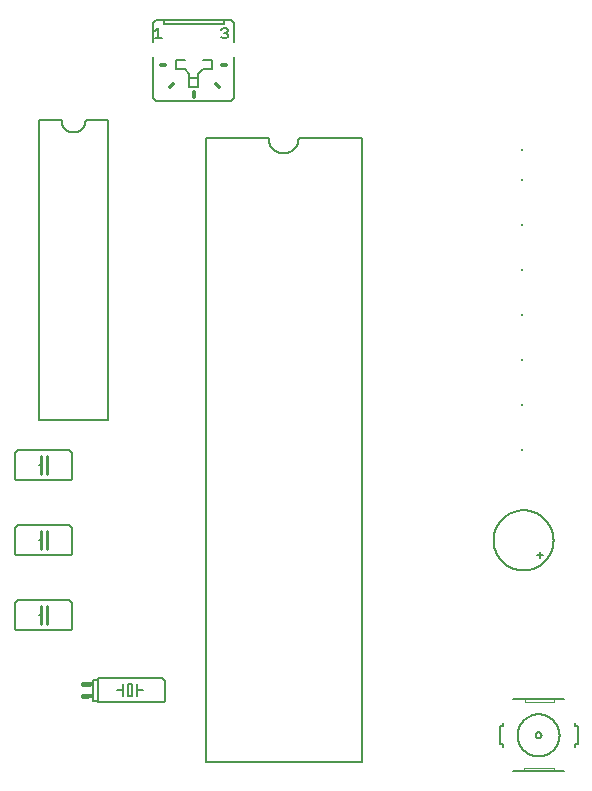
<source format=gto>
G75*
%MOIN*%
%OFA0B0*%
%FSLAX25Y25*%
%IPPOS*%
%LPD*%
%AMOC8*
5,1,8,0,0,1.08239X$1,22.5*
%
%ADD10C,0.00600*%
%ADD11C,0.01000*%
%ADD12R,0.00787X0.00787*%
%ADD13C,0.01600*%
%ADD14R,0.02300X0.01600*%
%ADD15C,0.01200*%
%ADD16C,0.00500*%
%ADD17C,0.00200*%
D10*
X0077500Y0076000D02*
X0094500Y0076000D01*
X0094560Y0076002D01*
X0094621Y0076007D01*
X0094680Y0076016D01*
X0094739Y0076029D01*
X0094798Y0076045D01*
X0094855Y0076065D01*
X0094910Y0076088D01*
X0094965Y0076115D01*
X0095017Y0076144D01*
X0095068Y0076177D01*
X0095117Y0076213D01*
X0095163Y0076251D01*
X0095207Y0076293D01*
X0095249Y0076337D01*
X0095287Y0076383D01*
X0095323Y0076432D01*
X0095356Y0076483D01*
X0095385Y0076535D01*
X0095412Y0076590D01*
X0095435Y0076645D01*
X0095455Y0076702D01*
X0095471Y0076761D01*
X0095484Y0076820D01*
X0095493Y0076879D01*
X0095498Y0076940D01*
X0095500Y0077000D01*
X0095500Y0085000D01*
X0095498Y0085060D01*
X0095493Y0085121D01*
X0095484Y0085180D01*
X0095471Y0085239D01*
X0095455Y0085298D01*
X0095435Y0085355D01*
X0095412Y0085410D01*
X0095385Y0085465D01*
X0095356Y0085517D01*
X0095323Y0085568D01*
X0095287Y0085617D01*
X0095249Y0085663D01*
X0095207Y0085707D01*
X0095163Y0085749D01*
X0095117Y0085787D01*
X0095068Y0085823D01*
X0095017Y0085856D01*
X0094965Y0085885D01*
X0094910Y0085912D01*
X0094855Y0085935D01*
X0094798Y0085955D01*
X0094739Y0085971D01*
X0094680Y0085984D01*
X0094621Y0085993D01*
X0094560Y0085998D01*
X0094500Y0086000D01*
X0077500Y0086000D01*
X0077440Y0085998D01*
X0077379Y0085993D01*
X0077320Y0085984D01*
X0077261Y0085971D01*
X0077202Y0085955D01*
X0077145Y0085935D01*
X0077090Y0085912D01*
X0077035Y0085885D01*
X0076983Y0085856D01*
X0076932Y0085823D01*
X0076883Y0085787D01*
X0076837Y0085749D01*
X0076793Y0085707D01*
X0076751Y0085663D01*
X0076713Y0085617D01*
X0076677Y0085568D01*
X0076644Y0085517D01*
X0076615Y0085465D01*
X0076588Y0085410D01*
X0076565Y0085355D01*
X0076545Y0085298D01*
X0076529Y0085239D01*
X0076516Y0085180D01*
X0076507Y0085121D01*
X0076502Y0085060D01*
X0076500Y0085000D01*
X0076500Y0077000D01*
X0076502Y0076940D01*
X0076507Y0076879D01*
X0076516Y0076820D01*
X0076529Y0076761D01*
X0076545Y0076702D01*
X0076565Y0076645D01*
X0076588Y0076590D01*
X0076615Y0076535D01*
X0076644Y0076483D01*
X0076677Y0076432D01*
X0076713Y0076383D01*
X0076751Y0076337D01*
X0076793Y0076293D01*
X0076837Y0076251D01*
X0076883Y0076213D01*
X0076932Y0076177D01*
X0076983Y0076144D01*
X0077035Y0076115D01*
X0077090Y0076088D01*
X0077145Y0076065D01*
X0077202Y0076045D01*
X0077261Y0076029D01*
X0077320Y0076016D01*
X0077379Y0076007D01*
X0077440Y0076002D01*
X0077500Y0076000D01*
X0084500Y0081000D02*
X0085000Y0081000D01*
X0087000Y0081000D02*
X0087500Y0081000D01*
X0094500Y0101000D02*
X0077500Y0101000D01*
X0077440Y0101002D01*
X0077379Y0101007D01*
X0077320Y0101016D01*
X0077261Y0101029D01*
X0077202Y0101045D01*
X0077145Y0101065D01*
X0077090Y0101088D01*
X0077035Y0101115D01*
X0076983Y0101144D01*
X0076932Y0101177D01*
X0076883Y0101213D01*
X0076837Y0101251D01*
X0076793Y0101293D01*
X0076751Y0101337D01*
X0076713Y0101383D01*
X0076677Y0101432D01*
X0076644Y0101483D01*
X0076615Y0101535D01*
X0076588Y0101590D01*
X0076565Y0101645D01*
X0076545Y0101702D01*
X0076529Y0101761D01*
X0076516Y0101820D01*
X0076507Y0101879D01*
X0076502Y0101940D01*
X0076500Y0102000D01*
X0076500Y0110000D01*
X0076502Y0110060D01*
X0076507Y0110121D01*
X0076516Y0110180D01*
X0076529Y0110239D01*
X0076545Y0110298D01*
X0076565Y0110355D01*
X0076588Y0110410D01*
X0076615Y0110465D01*
X0076644Y0110517D01*
X0076677Y0110568D01*
X0076713Y0110617D01*
X0076751Y0110663D01*
X0076793Y0110707D01*
X0076837Y0110749D01*
X0076883Y0110787D01*
X0076932Y0110823D01*
X0076983Y0110856D01*
X0077035Y0110885D01*
X0077090Y0110912D01*
X0077145Y0110935D01*
X0077202Y0110955D01*
X0077261Y0110971D01*
X0077320Y0110984D01*
X0077379Y0110993D01*
X0077440Y0110998D01*
X0077500Y0111000D01*
X0094500Y0111000D01*
X0094560Y0110998D01*
X0094621Y0110993D01*
X0094680Y0110984D01*
X0094739Y0110971D01*
X0094798Y0110955D01*
X0094855Y0110935D01*
X0094910Y0110912D01*
X0094965Y0110885D01*
X0095017Y0110856D01*
X0095068Y0110823D01*
X0095117Y0110787D01*
X0095163Y0110749D01*
X0095207Y0110707D01*
X0095249Y0110663D01*
X0095287Y0110617D01*
X0095323Y0110568D01*
X0095356Y0110517D01*
X0095385Y0110465D01*
X0095412Y0110410D01*
X0095435Y0110355D01*
X0095455Y0110298D01*
X0095471Y0110239D01*
X0095484Y0110180D01*
X0095493Y0110121D01*
X0095498Y0110060D01*
X0095500Y0110000D01*
X0095500Y0102000D01*
X0095498Y0101940D01*
X0095493Y0101879D01*
X0095484Y0101820D01*
X0095471Y0101761D01*
X0095455Y0101702D01*
X0095435Y0101645D01*
X0095412Y0101590D01*
X0095385Y0101535D01*
X0095356Y0101483D01*
X0095323Y0101432D01*
X0095287Y0101383D01*
X0095249Y0101337D01*
X0095207Y0101293D01*
X0095163Y0101251D01*
X0095117Y0101213D01*
X0095068Y0101177D01*
X0095017Y0101144D01*
X0094965Y0101115D01*
X0094910Y0101088D01*
X0094855Y0101065D01*
X0094798Y0101045D01*
X0094739Y0101029D01*
X0094680Y0101016D01*
X0094621Y0101007D01*
X0094560Y0101002D01*
X0094500Y0101000D01*
X0087500Y0106000D02*
X0087000Y0106000D01*
X0085000Y0106000D02*
X0084500Y0106000D01*
X0077500Y0126000D02*
X0094500Y0126000D01*
X0094560Y0126002D01*
X0094621Y0126007D01*
X0094680Y0126016D01*
X0094739Y0126029D01*
X0094798Y0126045D01*
X0094855Y0126065D01*
X0094910Y0126088D01*
X0094965Y0126115D01*
X0095017Y0126144D01*
X0095068Y0126177D01*
X0095117Y0126213D01*
X0095163Y0126251D01*
X0095207Y0126293D01*
X0095249Y0126337D01*
X0095287Y0126383D01*
X0095323Y0126432D01*
X0095356Y0126483D01*
X0095385Y0126535D01*
X0095412Y0126590D01*
X0095435Y0126645D01*
X0095455Y0126702D01*
X0095471Y0126761D01*
X0095484Y0126820D01*
X0095493Y0126879D01*
X0095498Y0126940D01*
X0095500Y0127000D01*
X0095500Y0135000D01*
X0095498Y0135060D01*
X0095493Y0135121D01*
X0095484Y0135180D01*
X0095471Y0135239D01*
X0095455Y0135298D01*
X0095435Y0135355D01*
X0095412Y0135410D01*
X0095385Y0135465D01*
X0095356Y0135517D01*
X0095323Y0135568D01*
X0095287Y0135617D01*
X0095249Y0135663D01*
X0095207Y0135707D01*
X0095163Y0135749D01*
X0095117Y0135787D01*
X0095068Y0135823D01*
X0095017Y0135856D01*
X0094965Y0135885D01*
X0094910Y0135912D01*
X0094855Y0135935D01*
X0094798Y0135955D01*
X0094739Y0135971D01*
X0094680Y0135984D01*
X0094621Y0135993D01*
X0094560Y0135998D01*
X0094500Y0136000D01*
X0077500Y0136000D01*
X0077440Y0135998D01*
X0077379Y0135993D01*
X0077320Y0135984D01*
X0077261Y0135971D01*
X0077202Y0135955D01*
X0077145Y0135935D01*
X0077090Y0135912D01*
X0077035Y0135885D01*
X0076983Y0135856D01*
X0076932Y0135823D01*
X0076883Y0135787D01*
X0076837Y0135749D01*
X0076793Y0135707D01*
X0076751Y0135663D01*
X0076713Y0135617D01*
X0076677Y0135568D01*
X0076644Y0135517D01*
X0076615Y0135465D01*
X0076588Y0135410D01*
X0076565Y0135355D01*
X0076545Y0135298D01*
X0076529Y0135239D01*
X0076516Y0135180D01*
X0076507Y0135121D01*
X0076502Y0135060D01*
X0076500Y0135000D01*
X0076500Y0127000D01*
X0076502Y0126940D01*
X0076507Y0126879D01*
X0076516Y0126820D01*
X0076529Y0126761D01*
X0076545Y0126702D01*
X0076565Y0126645D01*
X0076588Y0126590D01*
X0076615Y0126535D01*
X0076644Y0126483D01*
X0076677Y0126432D01*
X0076713Y0126383D01*
X0076751Y0126337D01*
X0076793Y0126293D01*
X0076837Y0126251D01*
X0076883Y0126213D01*
X0076932Y0126177D01*
X0076983Y0126144D01*
X0077035Y0126115D01*
X0077090Y0126088D01*
X0077145Y0126065D01*
X0077202Y0126045D01*
X0077261Y0126029D01*
X0077320Y0126016D01*
X0077379Y0126007D01*
X0077440Y0126002D01*
X0077500Y0126000D01*
X0084500Y0131000D02*
X0085000Y0131000D01*
X0087000Y0131000D02*
X0087500Y0131000D01*
X0084500Y0146000D02*
X0107500Y0146000D01*
X0107500Y0246000D01*
X0100000Y0246000D01*
X0099998Y0245874D01*
X0099992Y0245749D01*
X0099982Y0245624D01*
X0099968Y0245499D01*
X0099951Y0245374D01*
X0099929Y0245250D01*
X0099904Y0245127D01*
X0099874Y0245005D01*
X0099841Y0244884D01*
X0099804Y0244764D01*
X0099764Y0244645D01*
X0099719Y0244528D01*
X0099671Y0244411D01*
X0099619Y0244297D01*
X0099564Y0244184D01*
X0099505Y0244073D01*
X0099443Y0243964D01*
X0099377Y0243857D01*
X0099308Y0243752D01*
X0099236Y0243649D01*
X0099161Y0243548D01*
X0099082Y0243450D01*
X0099000Y0243355D01*
X0098916Y0243262D01*
X0098828Y0243172D01*
X0098738Y0243084D01*
X0098645Y0243000D01*
X0098550Y0242918D01*
X0098452Y0242839D01*
X0098351Y0242764D01*
X0098248Y0242692D01*
X0098143Y0242623D01*
X0098036Y0242557D01*
X0097927Y0242495D01*
X0097816Y0242436D01*
X0097703Y0242381D01*
X0097589Y0242329D01*
X0097472Y0242281D01*
X0097355Y0242236D01*
X0097236Y0242196D01*
X0097116Y0242159D01*
X0096995Y0242126D01*
X0096873Y0242096D01*
X0096750Y0242071D01*
X0096626Y0242049D01*
X0096501Y0242032D01*
X0096376Y0242018D01*
X0096251Y0242008D01*
X0096126Y0242002D01*
X0096000Y0242000D01*
X0095874Y0242002D01*
X0095749Y0242008D01*
X0095624Y0242018D01*
X0095499Y0242032D01*
X0095374Y0242049D01*
X0095250Y0242071D01*
X0095127Y0242096D01*
X0095005Y0242126D01*
X0094884Y0242159D01*
X0094764Y0242196D01*
X0094645Y0242236D01*
X0094528Y0242281D01*
X0094411Y0242329D01*
X0094297Y0242381D01*
X0094184Y0242436D01*
X0094073Y0242495D01*
X0093964Y0242557D01*
X0093857Y0242623D01*
X0093752Y0242692D01*
X0093649Y0242764D01*
X0093548Y0242839D01*
X0093450Y0242918D01*
X0093355Y0243000D01*
X0093262Y0243084D01*
X0093172Y0243172D01*
X0093084Y0243262D01*
X0093000Y0243355D01*
X0092918Y0243450D01*
X0092839Y0243548D01*
X0092764Y0243649D01*
X0092692Y0243752D01*
X0092623Y0243857D01*
X0092557Y0243964D01*
X0092495Y0244073D01*
X0092436Y0244184D01*
X0092381Y0244297D01*
X0092329Y0244411D01*
X0092281Y0244528D01*
X0092236Y0244645D01*
X0092196Y0244764D01*
X0092159Y0244884D01*
X0092126Y0245005D01*
X0092096Y0245127D01*
X0092071Y0245250D01*
X0092049Y0245374D01*
X0092032Y0245499D01*
X0092018Y0245624D01*
X0092008Y0245749D01*
X0092002Y0245874D01*
X0092000Y0246000D01*
X0084500Y0246000D01*
X0084500Y0146000D01*
X0104000Y0060000D02*
X0125500Y0060000D01*
X0125560Y0059998D01*
X0125621Y0059993D01*
X0125680Y0059984D01*
X0125739Y0059971D01*
X0125798Y0059955D01*
X0125855Y0059935D01*
X0125910Y0059912D01*
X0125965Y0059885D01*
X0126017Y0059856D01*
X0126068Y0059823D01*
X0126117Y0059787D01*
X0126163Y0059749D01*
X0126207Y0059707D01*
X0126249Y0059663D01*
X0126287Y0059617D01*
X0126323Y0059568D01*
X0126356Y0059517D01*
X0126385Y0059465D01*
X0126412Y0059410D01*
X0126435Y0059355D01*
X0126455Y0059298D01*
X0126471Y0059239D01*
X0126484Y0059180D01*
X0126493Y0059121D01*
X0126498Y0059060D01*
X0126500Y0059000D01*
X0126500Y0053000D01*
X0126498Y0052940D01*
X0126493Y0052879D01*
X0126484Y0052820D01*
X0126471Y0052761D01*
X0126455Y0052702D01*
X0126435Y0052645D01*
X0126412Y0052590D01*
X0126385Y0052535D01*
X0126356Y0052483D01*
X0126323Y0052432D01*
X0126287Y0052383D01*
X0126249Y0052337D01*
X0126207Y0052293D01*
X0126163Y0052251D01*
X0126117Y0052213D01*
X0126068Y0052177D01*
X0126017Y0052144D01*
X0125965Y0052115D01*
X0125910Y0052088D01*
X0125855Y0052065D01*
X0125798Y0052045D01*
X0125739Y0052029D01*
X0125680Y0052016D01*
X0125621Y0052007D01*
X0125560Y0052002D01*
X0125500Y0052000D01*
X0104000Y0052000D01*
X0104000Y0052500D01*
X0104000Y0059500D01*
X0104000Y0060000D01*
X0104000Y0059500D02*
X0102500Y0059500D01*
X0102500Y0052500D01*
X0104000Y0052500D01*
X0110500Y0056000D02*
X0112500Y0056000D01*
X0112500Y0054000D01*
X0114000Y0054000D02*
X0115500Y0054000D01*
X0115500Y0058000D01*
X0114000Y0058000D01*
X0114000Y0054000D01*
X0112500Y0056000D02*
X0112500Y0058000D01*
X0117000Y0058000D02*
X0117000Y0056000D01*
X0117000Y0054000D01*
X0117000Y0056000D02*
X0119000Y0056000D01*
X0140000Y0032000D02*
X0140000Y0240000D01*
X0161000Y0240000D01*
X0161002Y0239860D01*
X0161008Y0239720D01*
X0161018Y0239580D01*
X0161031Y0239440D01*
X0161049Y0239301D01*
X0161071Y0239162D01*
X0161096Y0239025D01*
X0161125Y0238887D01*
X0161158Y0238751D01*
X0161195Y0238616D01*
X0161236Y0238482D01*
X0161281Y0238349D01*
X0161329Y0238217D01*
X0161381Y0238087D01*
X0161436Y0237958D01*
X0161495Y0237831D01*
X0161558Y0237705D01*
X0161624Y0237581D01*
X0161693Y0237460D01*
X0161766Y0237340D01*
X0161843Y0237222D01*
X0161922Y0237107D01*
X0162005Y0236993D01*
X0162091Y0236883D01*
X0162180Y0236774D01*
X0162272Y0236668D01*
X0162367Y0236565D01*
X0162464Y0236464D01*
X0162565Y0236367D01*
X0162668Y0236272D01*
X0162774Y0236180D01*
X0162883Y0236091D01*
X0162993Y0236005D01*
X0163107Y0235922D01*
X0163222Y0235843D01*
X0163340Y0235766D01*
X0163460Y0235693D01*
X0163581Y0235624D01*
X0163705Y0235558D01*
X0163831Y0235495D01*
X0163958Y0235436D01*
X0164087Y0235381D01*
X0164217Y0235329D01*
X0164349Y0235281D01*
X0164482Y0235236D01*
X0164616Y0235195D01*
X0164751Y0235158D01*
X0164887Y0235125D01*
X0165025Y0235096D01*
X0165162Y0235071D01*
X0165301Y0235049D01*
X0165440Y0235031D01*
X0165580Y0235018D01*
X0165720Y0235008D01*
X0165860Y0235002D01*
X0166000Y0235000D01*
X0166140Y0235002D01*
X0166280Y0235008D01*
X0166420Y0235018D01*
X0166560Y0235031D01*
X0166699Y0235049D01*
X0166838Y0235071D01*
X0166975Y0235096D01*
X0167113Y0235125D01*
X0167249Y0235158D01*
X0167384Y0235195D01*
X0167518Y0235236D01*
X0167651Y0235281D01*
X0167783Y0235329D01*
X0167913Y0235381D01*
X0168042Y0235436D01*
X0168169Y0235495D01*
X0168295Y0235558D01*
X0168419Y0235624D01*
X0168540Y0235693D01*
X0168660Y0235766D01*
X0168778Y0235843D01*
X0168893Y0235922D01*
X0169007Y0236005D01*
X0169117Y0236091D01*
X0169226Y0236180D01*
X0169332Y0236272D01*
X0169435Y0236367D01*
X0169536Y0236464D01*
X0169633Y0236565D01*
X0169728Y0236668D01*
X0169820Y0236774D01*
X0169909Y0236883D01*
X0169995Y0236993D01*
X0170078Y0237107D01*
X0170157Y0237222D01*
X0170234Y0237340D01*
X0170307Y0237460D01*
X0170376Y0237581D01*
X0170442Y0237705D01*
X0170505Y0237831D01*
X0170564Y0237958D01*
X0170619Y0238087D01*
X0170671Y0238217D01*
X0170719Y0238349D01*
X0170764Y0238482D01*
X0170805Y0238616D01*
X0170842Y0238751D01*
X0170875Y0238887D01*
X0170904Y0239025D01*
X0170929Y0239162D01*
X0170951Y0239301D01*
X0170969Y0239440D01*
X0170982Y0239580D01*
X0170992Y0239720D01*
X0170998Y0239860D01*
X0171000Y0240000D01*
X0192000Y0240000D01*
X0192000Y0032000D01*
X0140000Y0032000D01*
X0238000Y0038000D02*
X0239000Y0038000D01*
X0239000Y0037000D01*
X0238000Y0038000D02*
X0238000Y0044000D01*
X0239000Y0044000D01*
X0239000Y0045000D01*
X0242500Y0053000D02*
X0246500Y0053000D01*
X0256000Y0053000D01*
X0259500Y0053000D01*
X0263000Y0045000D02*
X0263000Y0044000D01*
X0264000Y0044000D01*
X0264000Y0038000D01*
X0263000Y0038000D01*
X0263000Y0037000D01*
X0259500Y0029000D02*
X0256000Y0029000D01*
X0246000Y0029000D01*
X0242500Y0029000D01*
X0250000Y0041000D02*
X0250002Y0041063D01*
X0250008Y0041125D01*
X0250018Y0041187D01*
X0250031Y0041249D01*
X0250049Y0041309D01*
X0250070Y0041368D01*
X0250095Y0041426D01*
X0250124Y0041482D01*
X0250156Y0041536D01*
X0250191Y0041588D01*
X0250229Y0041637D01*
X0250271Y0041685D01*
X0250315Y0041729D01*
X0250363Y0041771D01*
X0250412Y0041809D01*
X0250464Y0041844D01*
X0250518Y0041876D01*
X0250574Y0041905D01*
X0250632Y0041930D01*
X0250691Y0041951D01*
X0250751Y0041969D01*
X0250813Y0041982D01*
X0250875Y0041992D01*
X0250937Y0041998D01*
X0251000Y0042000D01*
X0251063Y0041998D01*
X0251125Y0041992D01*
X0251187Y0041982D01*
X0251249Y0041969D01*
X0251309Y0041951D01*
X0251368Y0041930D01*
X0251426Y0041905D01*
X0251482Y0041876D01*
X0251536Y0041844D01*
X0251588Y0041809D01*
X0251637Y0041771D01*
X0251685Y0041729D01*
X0251729Y0041685D01*
X0251771Y0041637D01*
X0251809Y0041588D01*
X0251844Y0041536D01*
X0251876Y0041482D01*
X0251905Y0041426D01*
X0251930Y0041368D01*
X0251951Y0041309D01*
X0251969Y0041249D01*
X0251982Y0041187D01*
X0251992Y0041125D01*
X0251998Y0041063D01*
X0252000Y0041000D01*
X0251998Y0040937D01*
X0251992Y0040875D01*
X0251982Y0040813D01*
X0251969Y0040751D01*
X0251951Y0040691D01*
X0251930Y0040632D01*
X0251905Y0040574D01*
X0251876Y0040518D01*
X0251844Y0040464D01*
X0251809Y0040412D01*
X0251771Y0040363D01*
X0251729Y0040315D01*
X0251685Y0040271D01*
X0251637Y0040229D01*
X0251588Y0040191D01*
X0251536Y0040156D01*
X0251482Y0040124D01*
X0251426Y0040095D01*
X0251368Y0040070D01*
X0251309Y0040049D01*
X0251249Y0040031D01*
X0251187Y0040018D01*
X0251125Y0040008D01*
X0251063Y0040002D01*
X0251000Y0040000D01*
X0250937Y0040002D01*
X0250875Y0040008D01*
X0250813Y0040018D01*
X0250751Y0040031D01*
X0250691Y0040049D01*
X0250632Y0040070D01*
X0250574Y0040095D01*
X0250518Y0040124D01*
X0250464Y0040156D01*
X0250412Y0040191D01*
X0250363Y0040229D01*
X0250315Y0040271D01*
X0250271Y0040315D01*
X0250229Y0040363D01*
X0250191Y0040412D01*
X0250156Y0040464D01*
X0250124Y0040518D01*
X0250095Y0040574D01*
X0250070Y0040632D01*
X0250049Y0040691D01*
X0250031Y0040751D01*
X0250018Y0040813D01*
X0250008Y0040875D01*
X0250002Y0040937D01*
X0250000Y0041000D01*
X0244000Y0041000D02*
X0244002Y0041172D01*
X0244008Y0041343D01*
X0244019Y0041515D01*
X0244034Y0041686D01*
X0244053Y0041857D01*
X0244076Y0042027D01*
X0244103Y0042197D01*
X0244135Y0042366D01*
X0244170Y0042534D01*
X0244210Y0042701D01*
X0244254Y0042867D01*
X0244301Y0043032D01*
X0244353Y0043196D01*
X0244409Y0043358D01*
X0244469Y0043519D01*
X0244533Y0043679D01*
X0244601Y0043837D01*
X0244672Y0043993D01*
X0244747Y0044147D01*
X0244827Y0044300D01*
X0244909Y0044450D01*
X0244996Y0044599D01*
X0245086Y0044745D01*
X0245180Y0044889D01*
X0245277Y0045031D01*
X0245378Y0045170D01*
X0245482Y0045307D01*
X0245589Y0045441D01*
X0245700Y0045572D01*
X0245813Y0045701D01*
X0245930Y0045827D01*
X0246050Y0045950D01*
X0246173Y0046070D01*
X0246299Y0046187D01*
X0246428Y0046300D01*
X0246559Y0046411D01*
X0246693Y0046518D01*
X0246830Y0046622D01*
X0246969Y0046723D01*
X0247111Y0046820D01*
X0247255Y0046914D01*
X0247401Y0047004D01*
X0247550Y0047091D01*
X0247700Y0047173D01*
X0247853Y0047253D01*
X0248007Y0047328D01*
X0248163Y0047399D01*
X0248321Y0047467D01*
X0248481Y0047531D01*
X0248642Y0047591D01*
X0248804Y0047647D01*
X0248968Y0047699D01*
X0249133Y0047746D01*
X0249299Y0047790D01*
X0249466Y0047830D01*
X0249634Y0047865D01*
X0249803Y0047897D01*
X0249973Y0047924D01*
X0250143Y0047947D01*
X0250314Y0047966D01*
X0250485Y0047981D01*
X0250657Y0047992D01*
X0250828Y0047998D01*
X0251000Y0048000D01*
X0251172Y0047998D01*
X0251343Y0047992D01*
X0251515Y0047981D01*
X0251686Y0047966D01*
X0251857Y0047947D01*
X0252027Y0047924D01*
X0252197Y0047897D01*
X0252366Y0047865D01*
X0252534Y0047830D01*
X0252701Y0047790D01*
X0252867Y0047746D01*
X0253032Y0047699D01*
X0253196Y0047647D01*
X0253358Y0047591D01*
X0253519Y0047531D01*
X0253679Y0047467D01*
X0253837Y0047399D01*
X0253993Y0047328D01*
X0254147Y0047253D01*
X0254300Y0047173D01*
X0254450Y0047091D01*
X0254599Y0047004D01*
X0254745Y0046914D01*
X0254889Y0046820D01*
X0255031Y0046723D01*
X0255170Y0046622D01*
X0255307Y0046518D01*
X0255441Y0046411D01*
X0255572Y0046300D01*
X0255701Y0046187D01*
X0255827Y0046070D01*
X0255950Y0045950D01*
X0256070Y0045827D01*
X0256187Y0045701D01*
X0256300Y0045572D01*
X0256411Y0045441D01*
X0256518Y0045307D01*
X0256622Y0045170D01*
X0256723Y0045031D01*
X0256820Y0044889D01*
X0256914Y0044745D01*
X0257004Y0044599D01*
X0257091Y0044450D01*
X0257173Y0044300D01*
X0257253Y0044147D01*
X0257328Y0043993D01*
X0257399Y0043837D01*
X0257467Y0043679D01*
X0257531Y0043519D01*
X0257591Y0043358D01*
X0257647Y0043196D01*
X0257699Y0043032D01*
X0257746Y0042867D01*
X0257790Y0042701D01*
X0257830Y0042534D01*
X0257865Y0042366D01*
X0257897Y0042197D01*
X0257924Y0042027D01*
X0257947Y0041857D01*
X0257966Y0041686D01*
X0257981Y0041515D01*
X0257992Y0041343D01*
X0257998Y0041172D01*
X0258000Y0041000D01*
X0257998Y0040828D01*
X0257992Y0040657D01*
X0257981Y0040485D01*
X0257966Y0040314D01*
X0257947Y0040143D01*
X0257924Y0039973D01*
X0257897Y0039803D01*
X0257865Y0039634D01*
X0257830Y0039466D01*
X0257790Y0039299D01*
X0257746Y0039133D01*
X0257699Y0038968D01*
X0257647Y0038804D01*
X0257591Y0038642D01*
X0257531Y0038481D01*
X0257467Y0038321D01*
X0257399Y0038163D01*
X0257328Y0038007D01*
X0257253Y0037853D01*
X0257173Y0037700D01*
X0257091Y0037550D01*
X0257004Y0037401D01*
X0256914Y0037255D01*
X0256820Y0037111D01*
X0256723Y0036969D01*
X0256622Y0036830D01*
X0256518Y0036693D01*
X0256411Y0036559D01*
X0256300Y0036428D01*
X0256187Y0036299D01*
X0256070Y0036173D01*
X0255950Y0036050D01*
X0255827Y0035930D01*
X0255701Y0035813D01*
X0255572Y0035700D01*
X0255441Y0035589D01*
X0255307Y0035482D01*
X0255170Y0035378D01*
X0255031Y0035277D01*
X0254889Y0035180D01*
X0254745Y0035086D01*
X0254599Y0034996D01*
X0254450Y0034909D01*
X0254300Y0034827D01*
X0254147Y0034747D01*
X0253993Y0034672D01*
X0253837Y0034601D01*
X0253679Y0034533D01*
X0253519Y0034469D01*
X0253358Y0034409D01*
X0253196Y0034353D01*
X0253032Y0034301D01*
X0252867Y0034254D01*
X0252701Y0034210D01*
X0252534Y0034170D01*
X0252366Y0034135D01*
X0252197Y0034103D01*
X0252027Y0034076D01*
X0251857Y0034053D01*
X0251686Y0034034D01*
X0251515Y0034019D01*
X0251343Y0034008D01*
X0251172Y0034002D01*
X0251000Y0034000D01*
X0250828Y0034002D01*
X0250657Y0034008D01*
X0250485Y0034019D01*
X0250314Y0034034D01*
X0250143Y0034053D01*
X0249973Y0034076D01*
X0249803Y0034103D01*
X0249634Y0034135D01*
X0249466Y0034170D01*
X0249299Y0034210D01*
X0249133Y0034254D01*
X0248968Y0034301D01*
X0248804Y0034353D01*
X0248642Y0034409D01*
X0248481Y0034469D01*
X0248321Y0034533D01*
X0248163Y0034601D01*
X0248007Y0034672D01*
X0247853Y0034747D01*
X0247700Y0034827D01*
X0247550Y0034909D01*
X0247401Y0034996D01*
X0247255Y0035086D01*
X0247111Y0035180D01*
X0246969Y0035277D01*
X0246830Y0035378D01*
X0246693Y0035482D01*
X0246559Y0035589D01*
X0246428Y0035700D01*
X0246299Y0035813D01*
X0246173Y0035930D01*
X0246050Y0036050D01*
X0245930Y0036173D01*
X0245813Y0036299D01*
X0245700Y0036428D01*
X0245589Y0036559D01*
X0245482Y0036693D01*
X0245378Y0036830D01*
X0245277Y0036969D01*
X0245180Y0037111D01*
X0245086Y0037255D01*
X0244996Y0037401D01*
X0244909Y0037550D01*
X0244827Y0037700D01*
X0244747Y0037853D01*
X0244672Y0038007D01*
X0244601Y0038163D01*
X0244533Y0038321D01*
X0244469Y0038481D01*
X0244409Y0038642D01*
X0244353Y0038804D01*
X0244301Y0038968D01*
X0244254Y0039133D01*
X0244210Y0039299D01*
X0244170Y0039466D01*
X0244135Y0039634D01*
X0244103Y0039803D01*
X0244076Y0039973D01*
X0244053Y0040143D01*
X0244034Y0040314D01*
X0244019Y0040485D01*
X0244008Y0040657D01*
X0244002Y0040828D01*
X0244000Y0041000D01*
X0251500Y0100000D02*
X0251500Y0101000D01*
X0250500Y0101000D01*
X0251500Y0101000D02*
X0251500Y0102000D01*
X0251500Y0101000D02*
X0252500Y0101000D01*
X0236000Y0106000D02*
X0236003Y0106245D01*
X0236012Y0106491D01*
X0236027Y0106736D01*
X0236048Y0106980D01*
X0236075Y0107224D01*
X0236108Y0107467D01*
X0236147Y0107710D01*
X0236192Y0107951D01*
X0236243Y0108191D01*
X0236300Y0108430D01*
X0236362Y0108667D01*
X0236431Y0108903D01*
X0236505Y0109137D01*
X0236585Y0109369D01*
X0236670Y0109599D01*
X0236761Y0109827D01*
X0236858Y0110052D01*
X0236960Y0110276D01*
X0237068Y0110496D01*
X0237181Y0110714D01*
X0237299Y0110929D01*
X0237423Y0111141D01*
X0237551Y0111350D01*
X0237685Y0111556D01*
X0237824Y0111758D01*
X0237968Y0111957D01*
X0238117Y0112152D01*
X0238270Y0112344D01*
X0238428Y0112532D01*
X0238590Y0112716D01*
X0238758Y0112895D01*
X0238929Y0113071D01*
X0239105Y0113242D01*
X0239284Y0113410D01*
X0239468Y0113572D01*
X0239656Y0113730D01*
X0239848Y0113883D01*
X0240043Y0114032D01*
X0240242Y0114176D01*
X0240444Y0114315D01*
X0240650Y0114449D01*
X0240859Y0114577D01*
X0241071Y0114701D01*
X0241286Y0114819D01*
X0241504Y0114932D01*
X0241724Y0115040D01*
X0241948Y0115142D01*
X0242173Y0115239D01*
X0242401Y0115330D01*
X0242631Y0115415D01*
X0242863Y0115495D01*
X0243097Y0115569D01*
X0243333Y0115638D01*
X0243570Y0115700D01*
X0243809Y0115757D01*
X0244049Y0115808D01*
X0244290Y0115853D01*
X0244533Y0115892D01*
X0244776Y0115925D01*
X0245020Y0115952D01*
X0245264Y0115973D01*
X0245509Y0115988D01*
X0245755Y0115997D01*
X0246000Y0116000D01*
X0246245Y0115997D01*
X0246491Y0115988D01*
X0246736Y0115973D01*
X0246980Y0115952D01*
X0247224Y0115925D01*
X0247467Y0115892D01*
X0247710Y0115853D01*
X0247951Y0115808D01*
X0248191Y0115757D01*
X0248430Y0115700D01*
X0248667Y0115638D01*
X0248903Y0115569D01*
X0249137Y0115495D01*
X0249369Y0115415D01*
X0249599Y0115330D01*
X0249827Y0115239D01*
X0250052Y0115142D01*
X0250276Y0115040D01*
X0250496Y0114932D01*
X0250714Y0114819D01*
X0250929Y0114701D01*
X0251141Y0114577D01*
X0251350Y0114449D01*
X0251556Y0114315D01*
X0251758Y0114176D01*
X0251957Y0114032D01*
X0252152Y0113883D01*
X0252344Y0113730D01*
X0252532Y0113572D01*
X0252716Y0113410D01*
X0252895Y0113242D01*
X0253071Y0113071D01*
X0253242Y0112895D01*
X0253410Y0112716D01*
X0253572Y0112532D01*
X0253730Y0112344D01*
X0253883Y0112152D01*
X0254032Y0111957D01*
X0254176Y0111758D01*
X0254315Y0111556D01*
X0254449Y0111350D01*
X0254577Y0111141D01*
X0254701Y0110929D01*
X0254819Y0110714D01*
X0254932Y0110496D01*
X0255040Y0110276D01*
X0255142Y0110052D01*
X0255239Y0109827D01*
X0255330Y0109599D01*
X0255415Y0109369D01*
X0255495Y0109137D01*
X0255569Y0108903D01*
X0255638Y0108667D01*
X0255700Y0108430D01*
X0255757Y0108191D01*
X0255808Y0107951D01*
X0255853Y0107710D01*
X0255892Y0107467D01*
X0255925Y0107224D01*
X0255952Y0106980D01*
X0255973Y0106736D01*
X0255988Y0106491D01*
X0255997Y0106245D01*
X0256000Y0106000D01*
X0255997Y0105755D01*
X0255988Y0105509D01*
X0255973Y0105264D01*
X0255952Y0105020D01*
X0255925Y0104776D01*
X0255892Y0104533D01*
X0255853Y0104290D01*
X0255808Y0104049D01*
X0255757Y0103809D01*
X0255700Y0103570D01*
X0255638Y0103333D01*
X0255569Y0103097D01*
X0255495Y0102863D01*
X0255415Y0102631D01*
X0255330Y0102401D01*
X0255239Y0102173D01*
X0255142Y0101948D01*
X0255040Y0101724D01*
X0254932Y0101504D01*
X0254819Y0101286D01*
X0254701Y0101071D01*
X0254577Y0100859D01*
X0254449Y0100650D01*
X0254315Y0100444D01*
X0254176Y0100242D01*
X0254032Y0100043D01*
X0253883Y0099848D01*
X0253730Y0099656D01*
X0253572Y0099468D01*
X0253410Y0099284D01*
X0253242Y0099105D01*
X0253071Y0098929D01*
X0252895Y0098758D01*
X0252716Y0098590D01*
X0252532Y0098428D01*
X0252344Y0098270D01*
X0252152Y0098117D01*
X0251957Y0097968D01*
X0251758Y0097824D01*
X0251556Y0097685D01*
X0251350Y0097551D01*
X0251141Y0097423D01*
X0250929Y0097299D01*
X0250714Y0097181D01*
X0250496Y0097068D01*
X0250276Y0096960D01*
X0250052Y0096858D01*
X0249827Y0096761D01*
X0249599Y0096670D01*
X0249369Y0096585D01*
X0249137Y0096505D01*
X0248903Y0096431D01*
X0248667Y0096362D01*
X0248430Y0096300D01*
X0248191Y0096243D01*
X0247951Y0096192D01*
X0247710Y0096147D01*
X0247467Y0096108D01*
X0247224Y0096075D01*
X0246980Y0096048D01*
X0246736Y0096027D01*
X0246491Y0096012D01*
X0246245Y0096003D01*
X0246000Y0096000D01*
X0245755Y0096003D01*
X0245509Y0096012D01*
X0245264Y0096027D01*
X0245020Y0096048D01*
X0244776Y0096075D01*
X0244533Y0096108D01*
X0244290Y0096147D01*
X0244049Y0096192D01*
X0243809Y0096243D01*
X0243570Y0096300D01*
X0243333Y0096362D01*
X0243097Y0096431D01*
X0242863Y0096505D01*
X0242631Y0096585D01*
X0242401Y0096670D01*
X0242173Y0096761D01*
X0241948Y0096858D01*
X0241724Y0096960D01*
X0241504Y0097068D01*
X0241286Y0097181D01*
X0241071Y0097299D01*
X0240859Y0097423D01*
X0240650Y0097551D01*
X0240444Y0097685D01*
X0240242Y0097824D01*
X0240043Y0097968D01*
X0239848Y0098117D01*
X0239656Y0098270D01*
X0239468Y0098428D01*
X0239284Y0098590D01*
X0239105Y0098758D01*
X0238929Y0098929D01*
X0238758Y0099105D01*
X0238590Y0099284D01*
X0238428Y0099468D01*
X0238270Y0099656D01*
X0238117Y0099848D01*
X0237968Y0100043D01*
X0237824Y0100242D01*
X0237685Y0100444D01*
X0237551Y0100650D01*
X0237423Y0100859D01*
X0237299Y0101071D01*
X0237181Y0101286D01*
X0237068Y0101504D01*
X0236960Y0101724D01*
X0236858Y0101948D01*
X0236761Y0102173D01*
X0236670Y0102401D01*
X0236585Y0102631D01*
X0236505Y0102863D01*
X0236431Y0103097D01*
X0236362Y0103333D01*
X0236300Y0103570D01*
X0236243Y0103809D01*
X0236192Y0104049D01*
X0236147Y0104290D01*
X0236108Y0104533D01*
X0236075Y0104776D01*
X0236048Y0105020D01*
X0236027Y0105264D01*
X0236012Y0105509D01*
X0236003Y0105755D01*
X0236000Y0106000D01*
X0148500Y0252500D02*
X0123500Y0252500D01*
X0122500Y0253500D01*
X0122500Y0267000D01*
X0122500Y0272000D02*
X0122500Y0278500D01*
X0123500Y0279500D01*
X0146000Y0279500D01*
X0146000Y0278000D01*
X0126000Y0278000D01*
X0126000Y0279500D01*
X0130000Y0266000D02*
X0130000Y0263000D01*
X0133000Y0263000D01*
X0134500Y0261500D01*
X0134500Y0260000D01*
X0134500Y0257000D01*
X0137500Y0257000D01*
X0137500Y0260000D01*
X0137500Y0261500D01*
X0139000Y0263000D01*
X0142000Y0263000D01*
X0142000Y0266000D01*
X0139000Y0266000D01*
X0137500Y0260000D02*
X0134500Y0260000D01*
X0133000Y0266000D02*
X0130000Y0266000D01*
X0149500Y0267000D02*
X0149500Y0253500D01*
X0148500Y0252500D01*
X0149500Y0272000D02*
X0149500Y0278500D01*
X0148500Y0279500D01*
X0146000Y0279500D01*
D11*
X0087000Y0134000D02*
X0087000Y0131000D01*
X0087000Y0128000D01*
X0085000Y0128000D02*
X0085000Y0131000D01*
X0085000Y0134000D01*
X0085000Y0109000D02*
X0085000Y0106000D01*
X0085000Y0103000D01*
X0087000Y0103000D02*
X0087000Y0106000D01*
X0087000Y0109000D01*
X0087000Y0084000D02*
X0087000Y0081000D01*
X0087000Y0078000D01*
X0085000Y0078000D02*
X0085000Y0081000D01*
X0085000Y0084000D01*
D12*
X0245606Y0136000D03*
X0245606Y0151000D03*
X0245606Y0166000D03*
X0245606Y0181000D03*
X0245606Y0196000D03*
X0245606Y0211000D03*
X0245606Y0226000D03*
X0245606Y0236000D03*
D13*
X0101000Y0058000D02*
X0099000Y0058000D01*
X0099000Y0054000D02*
X0100500Y0054000D01*
D14*
X0101150Y0054000D03*
X0101150Y0058000D03*
D15*
X0136000Y0253800D02*
X0136000Y0255300D01*
X0129000Y0258000D02*
X0128000Y0257000D01*
X0126600Y0264500D02*
X0125100Y0264500D01*
X0143500Y0258000D02*
X0144500Y0257000D01*
X0145400Y0264500D02*
X0146900Y0264500D01*
D16*
X0146860Y0273350D02*
X0145726Y0273350D01*
X0145159Y0273917D01*
X0146293Y0275051D02*
X0146860Y0275051D01*
X0147428Y0274484D01*
X0147428Y0273917D01*
X0146860Y0273350D01*
X0146860Y0275051D02*
X0147428Y0275619D01*
X0147428Y0276186D01*
X0146860Y0276753D01*
X0145726Y0276753D01*
X0145159Y0276186D01*
X0125428Y0273350D02*
X0123159Y0273350D01*
X0124293Y0273350D02*
X0124293Y0276753D01*
X0123159Y0275619D01*
D17*
X0246500Y0053000D02*
X0246500Y0052000D01*
X0256000Y0052000D01*
X0256000Y0053000D01*
X0256000Y0030000D02*
X0246000Y0030000D01*
X0246000Y0029000D01*
X0256000Y0029000D02*
X0256000Y0030000D01*
M02*

</source>
